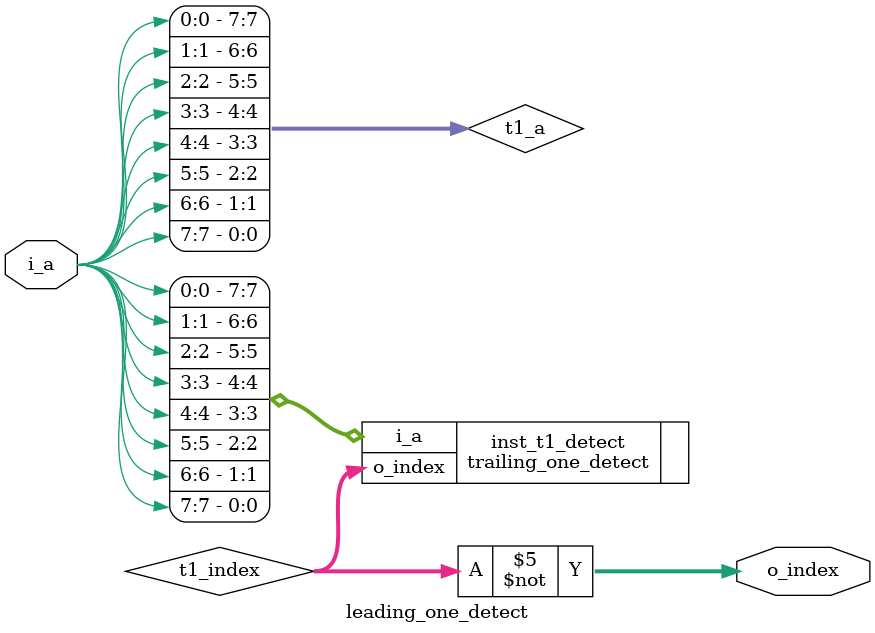
<source format=sv>
`timescale 1ns/100ps
module leading_one_detect#(
    parameter DATA_WD = 8,
    parameter IND_WD  = $clog2(DATA_WD)
)(
    input   logic   [DATA_WD-1:0] i_a,
    output  logic   [IND_WD-1:0]  o_index
);
    logic [DATA_WD-1:0] t1_a;
    logic [IND_WD-1:0] t1_index;

    trailing_one_detect#(
        .DATA_WD(DATA_WD)
    )inst_t1_detect(
        .i_a(t1_a),
        .o_index(t1_index)
    );

    always_comb begin
        for (int i =0; i<DATA_WD; i++) 
            t1_a[i] = i_a[DATA_WD-1-i];
        o_index = ~t1_index;
    end

   /*
    Following section is necessary for dumping waveforms. This is needed for debug and simulations
    */

`ifndef DISABLE_WAVES
   initial
     begin
        $dumpfile("./sim_build/leading_one_detect.vcd");
        $dumpvars(0, leading_one_detect);
     end
`endif

endmodule

</source>
